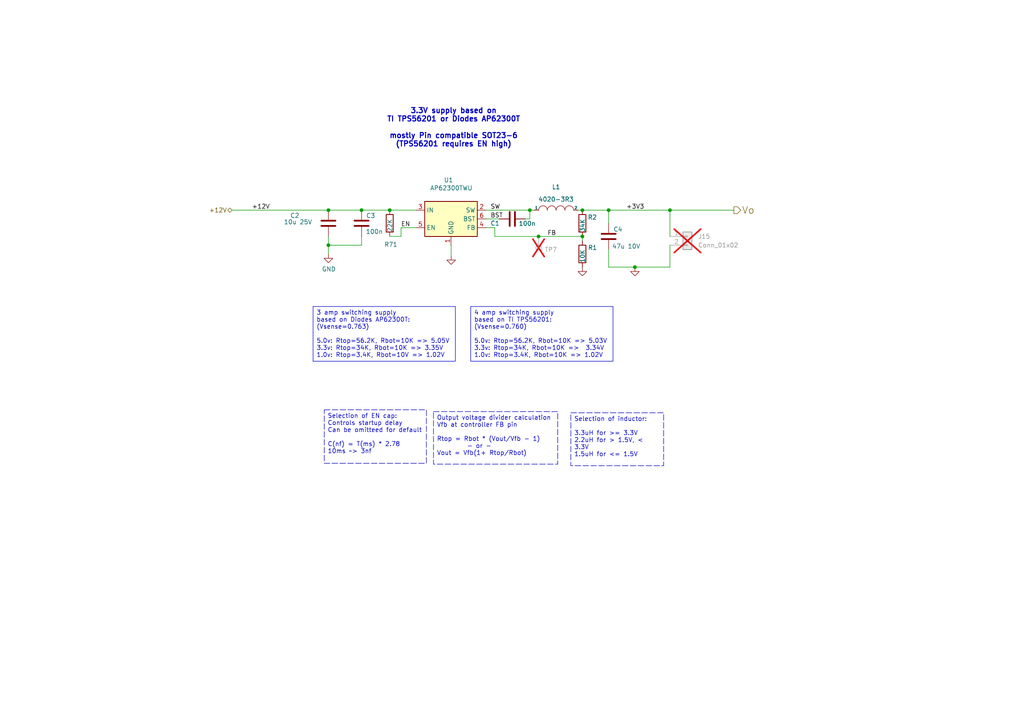
<source format=kicad_sch>
(kicad_sch (version 20231120) (generator "eeschema") (generator_version "8.0")
  (paper "A4")
  (title_block (title "Hexa-Pi") (date "2024-01/02") (rev "1.0") (company "Coxyz") (comment 1 "fjc"))
  (lib_symbols
    (symbol "Connector:TestPoint" (pin_numbers hide) (pin_names (offset 0.762) hide)
      (property "Reference" "TP" (at 0 6.858 0))
      (property "Value" "TestPoint" (at 0 5.08 0))
      (symbol "TestPoint_0_1"
        (circle (center 0 3.302) (radius 0.762))
      )
      (symbol "TestPoint_1_1"
        (pin passive line (at 0 0 90) (length 2.54) (name "1") (number "1"))
      )
    )
    (symbol "Connector_Generic:Conn_01x02" (pin_names (offset 1.016) hide)
      (property "Reference" "J" (at 0 2.54 0))
      (property "Value" "Conn_01x02" (at 0 -5.08 0))
      (symbol "Conn_01x02_1_1"
        (rectangle (start -1.27 -2.413) (end 0 -2.667) (stroke (width 0.1524)))
        (rectangle (start -1.27 0.127) (end 0 -0.127) (stroke (width 0.1524)))
        (rectangle (start -1.27 1.27) (end 1.27 -3.81) (stroke (width 0.254)) (fill (type background)))
        (pin passive line (at -5.08 0 0) (length 3.81) (name "Pin_1") (number "1"))
        (pin passive line (at -5.08 -2.54 0) (length 3.81) (name "Pin_2") (number "2"))
      )
    )
    (symbol "Device:C" (pin_numbers hide) (pin_names (offset 0.254))
      (property "Reference" "C" (at 0.635 2.54 0))
      (property "Value" "C" (at 0.635 -2.54 0))
      (symbol "C_0_1"
        (polyline (pts (xy -2.032 -0.762) (xy 2.032 -0.762)) (stroke (width 0.508)))
        (polyline (pts (xy -2.032 0.762) (xy 2.032 0.762)) (stroke (width 0.508)))
      )
      (symbol "C_1_1"
        (pin passive line (at 0 3.81 270) (length 2.794) (name "~") (number "1"))
        (pin passive line (at 0 -3.81 90) (length 2.794) (name "~") (number "2"))
      )
    )
    (symbol "Device:R" (pin_numbers hide) (pin_names (offset 0))
      (property "Reference" "R" (at 2.032 0 90))
      (property "Value" "R" (at 0 0 90))
      (symbol "R_0_1"
        (rectangle (start -1.016 -2.54) (end 1.016 2.54) (stroke (width 0.254)))
      )
      (symbol "R_1_1"
        (pin passive line (at 0 3.81 270) (length 1.27) (name "~") (number "1"))
        (pin passive line (at 0 -3.81 90) (length 1.27) (name "~") (number "2"))
      )
    )
    (symbol "GND_1" (power) (pin_names (offset 0))
      (property "Value" "GND_1" (at 0 -3.81 0))
      (symbol "GND_1_0_1"
        (polyline (pts (xy 0 0) (xy 0 -1.27) (xy 1.27 -1.27) (xy 0 -2.54) (xy -1.27 -1.27) (xy 0 -1.27)))
      )
      (symbol "GND_1_1_1"
        (pin power_in line (at 0 0 270) (length 0) hide (name "GND") (number "1"))
      )
    )
    (symbol "GND_2" (power) (pin_names (offset 0))
      (property "Value" "GND_2" (at 0 -3.81 0))
      (symbol "GND_2_0_1"
        (polyline (pts (xy 0 0) (xy 0 -1.27) (xy 1.27 -1.27) (xy 0 -2.54) (xy -1.27 -1.27) (xy 0 -1.27)))
      )
      (symbol "GND_2_1_1"
        (pin power_in line (at 0 0 270) (length 0) hide (name "GND") (number "1"))
      )
    )
    (symbol "GND_3" (power) (pin_names (offset 0))
      (property "Value" "GND_3" (at 0 -3.81 0))
      (symbol "GND_3_0_1"
        (polyline (pts (xy 0 0) (xy 0 -1.27) (xy 1.27 -1.27) (xy 0 -2.54) (xy -1.27 -1.27) (xy 0 -1.27)))
      )
      (symbol "GND_3_1_1"
        (pin power_in line (at 0 0 270) (length 0) hide (name "GND") (number "1"))
      )
    )
    (symbol "Regulator_Switching:AP62300TWU"
      (property "Reference" "U" (at -7.62 6.35 0))
      (property "Value" "AP62300TWU" (at 2.54 6.35 0))
      (symbol "AP62300TWU_0_1"
        (rectangle (start -7.62 5.08) (end 7.62 -5.08) (stroke (width 0.254)) (fill (type background)))
      )
      (symbol "AP62300TWU_1_1"
        (pin power_in line (at 0 -7.62 90) (length 2.54) (name "GND") (number "1"))
        (pin output line (at 10.16 2.54 180) (length 2.54) (name "SW") (number "2"))
        (pin power_in line (at -10.16 2.54 0) (length 2.54) (name "IN") (number "3"))
        (pin input line (at 10.16 -2.54 180) (length 2.54) (name "FB") (number "4"))
        (pin input line (at -10.16 -2.54 0) (length 2.54) (name "EN") (number "5"))
        (pin passive line (at 10.16 0 180) (length 2.54) (name "BST") (number "6"))
      )
    )
    (symbol "power:GND" (power) (pin_names (offset 0))
      (property "Value" "GND" (at 0 -3.81 0))
      (symbol "GND_0_1"
        (polyline (pts (xy 0 0) (xy 0 -1.27) (xy 1.27 -1.27) (xy 0 -2.54) (xy -1.27 -1.27) (xy 0 -1.27)))
      )
      (symbol "GND_1_1"
        (pin power_in line (at 0 0 270) (length 0) hide (name "GND") (number "1"))
      )
    )
    (symbol "pspice:INDUCTOR" (pin_numbers hide) (pin_names (offset 0))
      (property "Reference" "L" (at 0 2.54 0))
      (property "Value" "INDUCTOR" (at 0 -1.27 0))
      (symbol "INDUCTOR_0_1"
        (arc (start -2.54 0) (mid -3.81 1.2645) (end -5.08 0))
        (arc (start 0 0) (mid -1.27 1.2645) (end -2.54 0))
        (arc (start 2.54 0) (mid 1.27 1.2645) (end 0 0))
        (arc (start 5.08 0) (mid 3.81 1.2645) (end 2.54 0))
      )
      (symbol "INDUCTOR_1_1"
        (pin input line (at -6.35 0 0) (length 1.27) (name "1") (number "1"))
        (pin input line (at 6.35 0 180) (length 1.27) (name "2") (number "2"))
      )
    )
  )
  (junction (at 95.25 60.96))
  (junction (at 176.53 60.96))
  (junction (at 95.25 71.12))
  (junction (at 156.21 68.58))
  (junction (at 168.91 60.96))
  (junction (at 153.67 60.96))
  (junction (at 184.15 77.47))
  (junction (at 168.91 68.58))
  (junction (at 194.31 60.96))
  (junction (at 113.0366 60.9507))
  (junction (at 104.8638 60.9507))
  (wire (pts (xy 130.8559 71.12) (xy 130.81 71.12)))
  (wire (pts (xy 130.8559 74.1513) (xy 130.8559 71.12)))
  (wire (pts (xy 116.3134 68.5707) (xy 116.3134 66.04)))
  (wire (pts (xy 67.31 60.96) (xy 95.25 60.96)))
  (wire (pts (xy 153.67 60.96) (xy 140.97 60.96)))
  (wire (pts (xy 143.51 68.58) (xy 156.21 68.58)))
  (wire (pts (xy 113.0366 60.9507) (xy 120.65 60.9507)))
  (wire (pts (xy 167.64 60.96) (xy 168.91 60.96)))
  (wire (pts (xy 156.21 68.58) (xy 168.91 68.58)))
  (wire (pts (xy 120.65 60.9507) (xy 120.65 60.96)))
  (wire (pts (xy 152.4 63.5) (xy 153.67 63.5)))
  (wire (pts (xy 104.8638 71.12) (xy 95.25 71.12)))
  (wire (pts (xy 95.25 60.9507) (xy 95.25 60.96)))
  (wire (pts (xy 144.78 63.5) (xy 140.97 63.5)))
  (wire (pts (xy 184.15 77.47) (xy 176.53 77.47)))
  (wire (pts (xy 104.8638 60.9507) (xy 95.25 60.9507)))
  (wire (pts (xy 168.91 60.96) (xy 176.53 60.96)))
  (wire (pts (xy 194.31 68.58) (xy 194.31 60.96)))
  (wire (pts (xy 153.67 63.5) (xy 153.67 60.96)))
  (wire (pts (xy 176.53 77.47) (xy 176.53 72.39)))
  (wire (pts (xy 176.53 60.96) (xy 194.31 60.96)))
  (wire (pts (xy 176.53 60.96) (xy 176.53 64.77)))
  (wire (pts (xy 95.25 68.58) (xy 95.25 71.12)))
  (wire (pts (xy 140.97 66.04) (xy 143.51 66.04)))
  (wire (pts (xy 194.31 71.12) (xy 194.31 77.47)))
  (wire (pts (xy 95.25 71.12) (xy 95.25 73.66)))
  (wire (pts (xy 120.65 66.04) (xy 116.3134 66.04)))
  (wire (pts (xy 194.31 60.96) (xy 212.852 60.96)))
  (wire (pts (xy 154.94 60.96) (xy 153.67 60.96)))
  (wire (pts (xy 168.91 68.58) (xy 168.91 69.85)))
  (wire (pts (xy 184.15 77.47) (xy 194.31 77.47)))
  (wire (pts (xy 104.8638 68.5707) (xy 104.8638 71.12)))
  (wire (pts (xy 113.0366 68.5707) (xy 116.3134 68.5707)))
  (wire (pts (xy 143.51 66.04) (xy 143.51 68.58)))
  (wire (pts (xy 104.8638 60.9507) (xy 113.0366 60.9507)))
  (text_box "Output voltage divider calculation\nVfb at controller FB pin\n\nRtop = Rbot * (Vout/Vfb - 1)\n         - or -\nVout = Vfb(1+ Rtop/Rbot)" (at 125.73 119.38 0) (size 36.0374 15.24) (stroke (width 0) (type dash)) (effects (font (size 1.27 1.27)) (justify left top)))
  (text_box "4 amp switching supply\nbased on TI TPS56201:\n(Vsense=0.760)\n\n5.0v: Rtop=56.2K, Rbot=10K => 5.03V\n3.3v: Rtop=34K, Rbot=10K =>  3.34V\n1.0v: Rtop=3.4K, Rbot=10K => 1.02V" (at 136.525 88.9 0) (size 41.275 15.875) (effects (font (size 1.27 1.27)) (justify left top)))
  (text_box "3 amp switching supply\nbased on Diodes AP62300T:\n(Vsense=0.763)\n\n5.0v: Rtop=56.2K, Rbot=10K => 5.05V\n3.3v: Rtop=34K, Rbot=10K => 3.35V\n1.0v: Rtop=3.4K, Rbot=10V => 1.02V" (at 90.805 88.9 0) (size 41.275 15.875) (effects (font (size 1.27 1.27)) (justify left top)))
  (text_box "Selection of EN cap:\nControls startup delay\nCan be omitteed for default\n\nC(nf) = T(ms) * 2.78\n10ms ~> 3nf" (at 94.047 118.8563 0) (size 29.6225 15.5166) (stroke (width 0) (type dash)) (effects (font (size 1.27 1.27)) (justify left top)))
  (text_box "Selection of inductor:\n\n3.3uH for >= 3.3V\n2.2uH for > 1.5V, < 3.3V \n1.5uH for <= 1.5V" (at 165.5635 119.7319 0) (size 26.9177 15.3468) (stroke (width 0) (type dash)) (effects (font (size 1.27 1.27)) (justify left top)))
  (text "3.3V supply based on\nTI TPS56201 or Diodes AP62300T\n\nmostly Pin compatible SOT23-6\n(TPS56201 requires EN high)" (at 131.572 37.084 0) (effects (font (size 1.5 1.5) (thickness 0.3) (bold yes))))
  (label "FB" (at 158.75 68.58 0))
  (label "+12V" (at 73.025 60.96 0))
  (label "+3V3" (at 181.61 60.96 0))
  (label "EN" (at 116.3134 66.04 0))
  (label "SW" (at 142.24 60.96 0))
  (label "BST" (at 142.24 63.5 0))
  (hierarchical_label "Vo" (shape output) (at 212.852 60.96 0) (effects (font (size 2.007 2.007))))
  (hierarchical_label "+12V" (shape bidirectional) (at 67.31 60.96 180))
  (symbol (lib_id "Device:R") (at 168.91 73.66 0) (unit 1)
    (property "Reference" "R1" (at 170.5115 71.8134 0) (effects (justify left)))
    (property "Value" "10K" (at 168.9567 76.2484 90) (effects (justify left)))
    (property "Footprint" "Resistor_SMD:R_0603_1608Metric" (effects (hide yes)))
    (property "LCSC Part #" "C25804" (effects (hide yes)))
    (property "Part Description" "100mW  ±1% 10kΩ 0603 Chip Resistor - Surface Mount" (effects (hide yes)))
    (instances (project "Ps2" (path "" (reference "R1") (unit 1))) (project "Hexa-Pi_1.1" (path "" (reference "R67") (unit 1))))
  )
  (symbol (lib_id "Device:C") (at 104.8638 64.7607 0) (unit 1)
    (property "Reference" "C3" (at 106.1639 62.5552 0) (effects (justify left)))
    (property "Value" "100n" (at 106.0704 67.1838 0) (effects (justify left)))
    (property "Footprint" "Capacitor_SMD:C_0402_1005Metric" (effects (hide yes)))
    (property "Datasheet" "https://search.murata.co.jp/Ceramy/image/img/A01X/G101/ENG/GRM21BR71A106KA73-01.pdf" (effects (hide yes)))
    (property "LCSC Part #" "C1525" (effects (hide yes)))
    (property "Part Description" "50V 100nF X7R ±10% 0402 Multilayer Ceramic Capacitors MLCC" (effects (hide yes)))
    (instances (project "Ps2" (path "" (reference "C3") (unit 1))) (project "Hexa-Pi_1.1" (path "" (reference "C100") (unit 1))))
  )
  (symbol (lib_id "Device:R") (at 168.91 64.77 0) (unit 1)
    (property "Reference" "R2" (at 170.4648 63.0238 0) (effects (justify left)))
    (property "Value" "34K" (at 168.9567 67.3584 90) (effects (justify left)))
    (property "Footprint" "Resistor_SMD:R_0603_1608Metric" (effects (hide yes)))
    (property "LCSC Part #" "C667699" (effects (hide yes)))
    (property "Part Description" "100mW ±1% 34kΩ 0603 Chip Resistor - Surface Mount" (effects (hide yes)))
    (instances (project "Ps2" (path "" (reference "R2") (unit 1))) (project "Hexa-Pi_1.1" (path "" (reference "R69") (unit 1))))
  )
  (symbol (lib_id "Device:C") (at 95.25 64.77 0) (unit 1)
    (property "Reference" "C2" (at 84.1572 62.5207 0) (effects (justify left)))
    (property "Value" "10u 25V" (at 82.296 64.389 0) (effects (justify left)))
    (property "Footprint" "Capacitor_SMD:C_0805_2012Metric" (effects (hide yes)))
    (property "Datasheet" "https://media.digikey.com/pdf/Data%20Sheets/Samsung%20PDFs/CL_Series_MLCC_ds.pdf" (effects (hide yes)))
    (property "LCSC Part #" "C440198" (effects (hide yes)))
    (property "Part Description" "25V 10uF X5R ±20% 0805 Multilayer Ceramic Capacitors MLCC" (effects (hide yes)))
    (instances (project "Ps2" (path "" (reference "C2") (unit 1))) (project "Hexa-Pi_1.1" (path "" (reference "C99") (unit 1))))
  )
  (symbol (lib_name "GND_1") (lib_id "power:GND") (at 168.91 77.47 0) (unit 1)
    (property "Reference" "#PWR02" (effects (hide yes)))
    (property "Value" "GND" (effects (hide yes)))
    (instances (project "Ps2" (path "" (reference "#PWR02") (unit 1))) (project "Hexa-Pi_1.1" (path "" (reference "#PWR045") (unit 1))))
  )
  (symbol (lib_id "Connector_Generic:Conn_01x02") (at 199.39 68.58 0) (unit 1) (dnp yes)
    (property "Reference" "J15" (at 202.438 68.58 0) (effects (justify left)))
    (property "Value" "Conn_01x02" (at 202.438 71.12 0) (effects (justify left)))
    (property "Footprint" "Connector_PinHeader_2.00mm:PinHeader_1x02_P2.00mm_Vertical" (effects (hide yes)))
    (property "Special" "TH,DNP" (effects (hide yes)))
    (property "LCSC Part #" "DNP" (effects (hide yes)))
    (property "Part Description" "Power Test Points" (effects (hide yes)))
  )
  (symbol (lib_id "Device:C") (at 176.53 68.58 0) (mirror y) (unit 1)
    (property "Reference" "C4" (at 180.5844 66.5181 0) (effects (justify left)))
    (property "Value" "47u 10V" (at 185.7602 71.4403 0) (effects (justify left)))
    (property "Footprint" "Capacitor_SMD:C_1206_3216Metric" (effects (hide yes)))
    (property "Datasheet" "http://www.samsungsem.com/kr/support/product-search/mlcc/CL21B106KPQNNNE.jsp" (effects (hide yes)))
    (property "LCSC Part #" "C96123" (effects (hide yes)))
    (property "Part Description" "10V 47uF X5R ±20% 1206 Multilayer Ceramic Capacitors MLCC" (effects (hide yes)))
    (instances (project "Ps2" (path "" (reference "C4") (unit 1))) (project "Hexa-Pi_1.1" (path "" (reference "C110") (unit 1))))
  )
  (symbol (lib_id "pspice:INDUCTOR") (at 161.29 60.96 0) (unit 1)
    (property "Reference" "L1" (at 161.29 54.229 0))
    (property "Value" "4020-3R3" (at 161.29 57.8104 0))
    (property "Footprint" "CM4IO:L_Changjiang_FNR4012S" (effects (hide yes)))
    (property "Datasheet" "https://datasheet.lcsc.com/lcsc/2006091842_cjiang--Changjiang-Microelectronics-Tech-FHD4012S-3R3MT_C602021.pdf" (effects (hide yes)))
    (property "Part Description" "3.3uH ±20% 3.2A SMD,4x4x2.0mm Power Inductors" (effects (hide yes)))
    (property "LCSC Part #" "C602030" (effects (hide yes)))
    (property "Manuf Partno" "FHD4020S-3R3MT" (effects (hide yes)))
    (instances (project "Ps2" (path "" (reference "L1") (unit 1))) (project "Hexa-Pi_1.1" (path "" (reference "L7") (unit 1))))
  )
  (symbol (lib_id "Regulator_Switching:AP62300TWU") (at 130.81 63.5 0) (unit 1)
    (property "Reference" "U1" (at 130.0979 52.2166 0))
    (property "Value" "AP62300TWU" (at 130.903 54.5425 0))
    (property "Footprint" "CM4IO:TSOT-23-6w" (effects (hide yes)))
    (property "Datasheet" "https://www.diodes.com/assets/Datasheets/AP62300_AP62301_AP62300T.pdf" (effects (hide yes)))
    (property "LCSC Part #" "C1883519" (effects (hide yes)))
    (property "Manuf Partno" "AP62300TWU-7" (effects (hide yes)))
    (property "Part Description" "Step-down Adj 0.8V~7V 4.2V~18V 3A TSOT-26 DC-DC" (effects (hide yes)))
    (instances (project "Ps2" (path "" (reference "U1") (unit 1))) (project "Hexa-Pi_1.1" (path "" (reference "U20") (unit 1))))
  )
  (symbol (lib_name "GND_2") (lib_id "power:GND") (at 184.15 77.47 0) (unit 1)
    (property "Reference" "#PWR02" (effects (hide yes)))
    (property "Value" "GND" (effects (hide yes)))
    (instances (project "Ps2" (path "" (reference "#PWR02") (unit 1))) (project "Hexa-Pi_1.1" (path "" (reference "#PWR059") (unit 1))))
  )
  (symbol (lib_id "Device:R") (at 113.0366 64.7607 0) (unit 1)
    (property "Reference" "R71" (at 111.4108 70.9277 0) (effects (justify left)))
    (property "Value" "22K" (at 113.0833 67.3491 90) (effects (justify left)))
    (property "Footprint" "Resistor_SMD:R_0603_1608Metric" (effects (hide yes)))
    (property "LCSC Part #" "C31850" (effects (hide yes)))
    (property "Part Description" "100mW ±1% 22kΩ 0603 Chip Resistor - Surface Mount" (effects (hide yes)))
  )
  (symbol (lib_name "GND_3") (lib_id "power:GND") (at 130.8559 74.1513 0) (unit 1)
    (property "Reference" "#PWR01" (effects (hide yes)))
    (property "Value" "GND" (effects (hide yes)))
    (instances (project "Ps2" (path "" (reference "#PWR01") (unit 1))) (project "Hexa-Pi_1.1" (path "" (reference "#PWR044") (unit 1))))
  )
  (symbol (lib_id "power:GND") (at 95.25 73.66 0) (unit 1)
    (property "Reference" "#PWR09" (effects (hide yes)))
    (property "Value" "GND" (at 95.377 78.0542 0))
    (instances (project "Ps2" (path "" (reference "#PWR09") (unit 1))) (project "Hexa-Pi_1.1" (path "" (reference "#PWR032") (unit 1))))
  )
  (symbol (lib_id "Connector:TestPoint") (at 156.21 68.58 180) (unit 1) (dnp yes)
    (property "Reference" "TP7" (at 159.766 72.39 0))
    (property "Value" "FB1" (effects (hide yes)))
    (property "Footprint" "TestPoint:TestPoint_Pad_D1.5mm" (effects (hide yes)))
    (property "LCSC Part #" "DNP" (effects (hide yes)))
    (property "Part Description" "testpoint" (effects (hide yes)))
    (property "Special" "DNP" (effects (hide yes)))
    (instances (project "Ps2" (path "" (reference "TP7") (unit 1))) (project "Hexa-Pi_1.1" (path "" (reference "TP42") (unit 1))))
  )
  (symbol (lib_id "Device:C") (at 148.59 63.5 270) (mirror x) (unit 1)
    (property "Reference" "C1" (at 142.24 64.77 90) (effects (justify left)))
    (property "Value" "100n" (at 150.4098 64.8299 90) (effects (justify left)))
    (property "Footprint" "Capacitor_SMD:C_0603_1608Metric" (effects (hide yes)))
    (property "Datasheet" "https://search.murata.co.jp/Ceramy/image/img/A01X/G101/ENG/GRM21BR71A106KA73-01.pdf" (effects (hide yes)))
    (property "LCSC Part #" "C14663" (effects (hide yes)))
    (property "Part Description" "50V 100nF X7R ±10% 0603 Multilayer Ceramic Capacitors MLCC" (effects (hide yes)))
    (instances (project "Ps2" (path "" (reference "C1") (unit 1))) (project "Hexa-Pi_1.1" (path "" (reference "C112") (unit 1))))
  )
)
</source>
